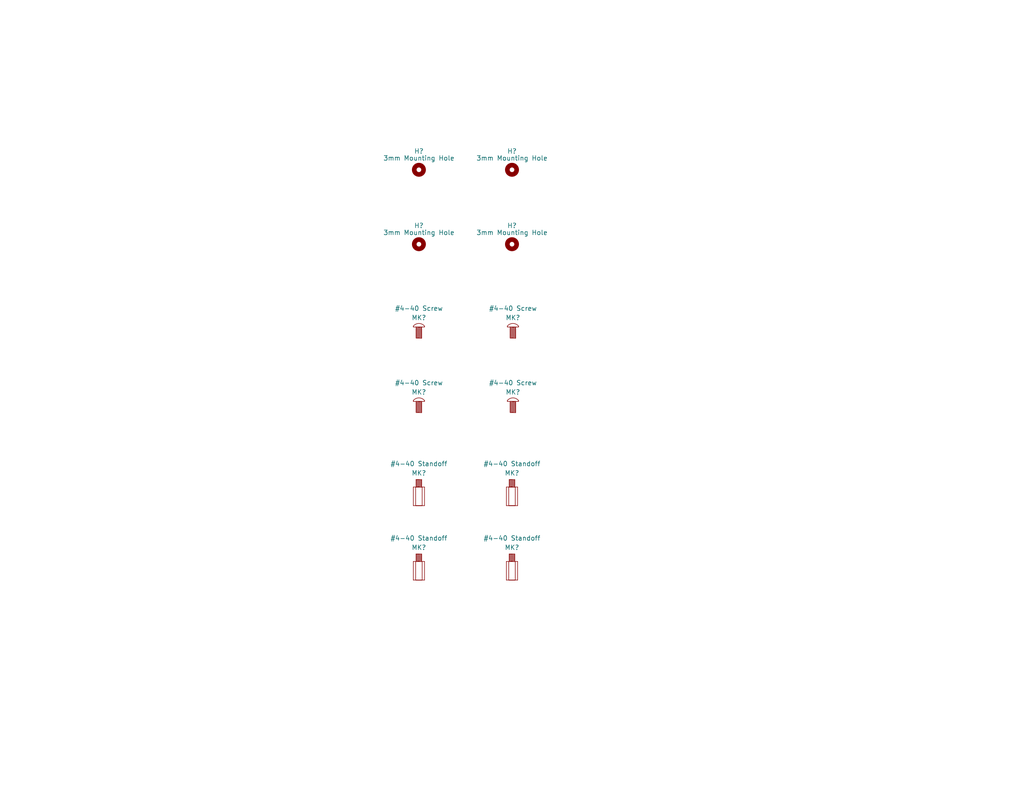
<source format=kicad_sch>
(kicad_sch (version 20230121) (generator eeschema)
  (paper "A")
  (title_block (title "USB Hub") (date "2023-08-20") (rev "PRELIM") (company "Drew Maatman"))
  (lib_symbols
    (symbol "Custom_Library:Screw" (pin_numbers hide) (pin_names (offset 0) hide)
      (property "Reference" "MK" (at 0 2.54 0))
      (property "Value" "Screw" (at 0 5.08 0))
      (symbol "Screw_0_1"
        (rectangle (start -0.762 0) (end 0.762 -3.048))
        (polyline (pts (xy -1.524 0) (xy -1.524 0.254)))
        (polyline (pts (xy -1.524 0) (xy 1.524 0)))
        (polyline (pts (xy -0.762 -2.794) (xy 0.762 -3.048)))
        (polyline (pts (xy -0.762 -2.54) (xy 0.762 -2.794)))
        (polyline (pts (xy -0.762 -2.286) (xy 0.762 -2.54)))
        (polyline (pts (xy -0.762 -2.032) (xy 0.762 -2.286)))
        (polyline (pts (xy -0.762 -1.778) (xy 0.762 -2.032)))
        (polyline (pts (xy -0.762 -1.524) (xy 0.762 -1.778)))
        (polyline (pts (xy -0.762 -1.27) (xy 0.762 -1.524)))
        (polyline (pts (xy -0.762 -1.016) (xy 0.762 -1.27)))
        (polyline (pts (xy -0.762 -0.762) (xy 0.762 -1.016)))
        (polyline (pts (xy -0.762 -0.508) (xy 0.762 -0.762)))
        (polyline (pts (xy -0.762 -0.254) (xy 0.762 -0.508)))
        (polyline (pts (xy -0.762 0) (xy 0.762 -0.254)))
        (polyline (pts (xy 1.524 0) (xy 1.524 0.254)))
        (arc (start 1.524 0.254) (mid 0 0.9678) (end -1.524 0.254))
      )
    )
    (symbol "Custom_Library:Standoff" (pin_numbers hide) (pin_names (offset 0) hide)
      (property "Reference" "MK" (at 0 3.81 0))
      (property "Value" "Standoff" (at 0 6.35 0))
      (symbol "Standoff_0_1"
        (rectangle (start -1.524 -5.08) (end -1.524 0))
        (rectangle (start -1.524 0) (end 1.524 0))
        (rectangle (start -0.889 0) (end 0.889 -5.08))
        (rectangle (start -0.762 0) (end 0.762 0))
        (rectangle (start -0.762 2.032) (end -0.762 0))
        (polyline (pts (xy -0.762 0.254) (xy 0.762 0)))
        (polyline (pts (xy -0.762 0.508) (xy 0.762 0.254)))
        (polyline (pts (xy -0.762 0.762) (xy 0.762 0.508)))
        (polyline (pts (xy -0.762 1.016) (xy 0.762 0.762)))
        (polyline (pts (xy -0.762 1.27) (xy 0.762 1.016)))
        (polyline (pts (xy -0.762 1.524) (xy 0.762 1.27)))
        (polyline (pts (xy -0.762 1.778) (xy 0.762 1.524)))
        (polyline (pts (xy -0.762 2.032) (xy 0.762 1.778)))
        (rectangle (start 0.762 0) (end 0.762 2.032))
        (rectangle (start 0.762 2.032) (end -0.762 2.032))
        (rectangle (start 1.524 -5.08) (end -1.524 -5.08))
        (rectangle (start 1.524 0) (end 1.524 -5.08))
      )
    )
    (symbol "Mechanical:MountingHole" (pin_names (offset 1.016))
      (property "Reference" "H" (at 0 5.08 0))
      (property "Value" "MountingHole" (at 0 3.175 0))
      (symbol "MountingHole_0_1"
        (circle (center 0 0) (radius 1.27) (stroke (width 1.27)))
      )
    )
  )
  (symbol (lib_id "Mechanical:MountingHole") (at 139.7 66.675 0) (unit 1)
    (property "Reference" "H?" (at 139.7 61.595 0))
    (property "Value" "3mm Mounting Hole" (at 139.7 63.5 0))
    (property "Footprint" "MountingHole:MountingHole_3mm" (effects hide))
    (instances (project "Analog_Clock" (path "" (reference "H?") (unit 1))) (project "USB_Hub" (path "" (reference "H804") (unit 1))))
  )
  (symbol (lib_id "Mechanical:MountingHole") (at 114.3 66.675 0) (unit 1)
    (property "Reference" "H?" (at 114.3 61.595 0))
    (property "Value" "3mm Mounting Hole" (at 114.3 63.5 0))
    (property "Footprint" "MountingHole:MountingHole_3mm" (effects hide))
    (instances (project "Analog_Clock" (path "" (reference "H?") (unit 1))) (project "USB_Hub" (path "" (reference "H802") (unit 1))))
  )
  (symbol (lib_id "Custom_Library:Screw") (at 114.3 109.601 0) (unit 1)
    (property "Reference" "MK?" (at 114.3 107.061 0))
    (property "Value" "#4-40 Screw" (at 114.3 104.521 0))
    (property "Digi-Key PN" "36-9900-ND" (effects hide))
    (instances (project "Analog_Clock" (path "" (reference "MK?") (unit 1))) (project "USB_Hub" (path "" (reference "MK802") (unit 1))))
  )
  (symbol (lib_id "Custom_Library:Screw") (at 114.3 89.281 0) (unit 1)
    (property "Reference" "MK?" (at 114.3 86.741 0))
    (property "Value" "#4-40 Screw" (at 114.3 84.201 0))
    (property "Digi-Key PN" "36-9900-ND" (effects hide))
    (instances (project "Analog_Clock" (path "" (reference "MK?") (unit 1))) (project "USB_Hub" (path "" (reference "MK801") (unit 1))))
  )
  (symbol (lib_id "Mechanical:MountingHole") (at 114.3 46.355 0) (unit 1)
    (property "Reference" "H?" (at 114.3 41.275 0))
    (property "Value" "3mm Mounting Hole" (at 114.3 43.18 0))
    (property "Footprint" "MountingHole:MountingHole_3mm" (effects hide))
    (instances (project "Analog_Clock" (path "" (reference "H?") (unit 1))) (project "USB_Hub" (path "" (reference "H801") (unit 1))))
  )
  (symbol (lib_id "Custom_Library:Standoff") (at 114.3 132.969 0) (unit 1)
    (property "Reference" "MK?" (at 114.3 129.159 0))
    (property "Value" "#4-40 Standoff" (at 114.3 126.619 0))
    (property "Digi-Key PN" "36-1892-ND" (effects hide))
    (instances (project "Analog_Clock" (path "" (reference "MK?") (unit 1))) (project "USB_Hub" (path "" (reference "MK803") (unit 1))))
  )
  (symbol (lib_id "Custom_Library:Standoff") (at 139.7 132.969 0) (unit 1)
    (property "Reference" "MK?" (at 139.7 129.159 0))
    (property "Value" "#4-40 Standoff" (at 139.7 126.619 0))
    (property "Digi-Key PN" "36-1892-ND" (effects hide))
    (instances (project "Analog_Clock" (path "" (reference "MK?") (unit 1))) (project "USB_Hub" (path "" (reference "MK805") (unit 1))))
  )
  (symbol (lib_id "Custom_Library:Standoff") (at 114.3 153.289 0) (unit 1)
    (property "Reference" "MK?" (at 114.3 149.479 0))
    (property "Value" "#4-40 Standoff" (at 114.3 146.939 0))
    (property "Digi-Key PN" "36-1892-ND" (effects hide))
    (instances (project "Analog_Clock" (path "" (reference "MK?") (unit 1))) (project "USB_Hub" (path "" (reference "MK804") (unit 1))))
  )
  (symbol (lib_id "Custom_Library:Screw") (at 139.954 109.601 0) (unit 1)
    (property "Reference" "MK?" (at 139.954 107.061 0))
    (property "Value" "#4-40 Screw" (at 139.954 104.521 0))
    (property "Digi-Key PN" "36-9900-ND" (effects hide))
    (instances (project "Analog_Clock" (path "" (reference "MK?") (unit 1))) (project "USB_Hub" (path "" (reference "MK808") (unit 1))))
  )
  (symbol (lib_id "Mechanical:MountingHole") (at 139.7 46.355 0) (unit 1)
    (property "Reference" "H?" (at 139.7 41.275 0))
    (property "Value" "3mm Mounting Hole" (at 139.7 43.18 0))
    (property "Footprint" "MountingHole:MountingHole_3mm" (effects hide))
    (instances (project "Analog_Clock" (path "" (reference "H?") (unit 1))) (project "USB_Hub" (path "" (reference "H803") (unit 1))))
  )
  (symbol (lib_id "Custom_Library:Standoff") (at 139.7 153.289 0) (unit 1)
    (property "Reference" "MK?" (at 139.7 149.479 0))
    (property "Value" "#4-40 Standoff" (at 139.7 146.939 0))
    (property "Digi-Key PN" "36-1892-ND" (effects hide))
    (instances (project "Analog_Clock" (path "" (reference "MK?") (unit 1))) (project "USB_Hub" (path "" (reference "MK806") (unit 1))))
  )
  (symbol (lib_id "Custom_Library:Screw") (at 139.954 89.281 0) (unit 1)
    (property "Reference" "MK?" (at 139.954 86.741 0))
    (property "Value" "#4-40 Screw" (at 139.954 84.201 0))
    (property "Digi-Key PN" "36-9900-ND" (effects hide))
    (instances (project "Analog_Clock" (path "" (reference "MK?") (unit 1))) (project "USB_Hub" (path "" (reference "MK807") (unit 1))))
  )
)
</source>
